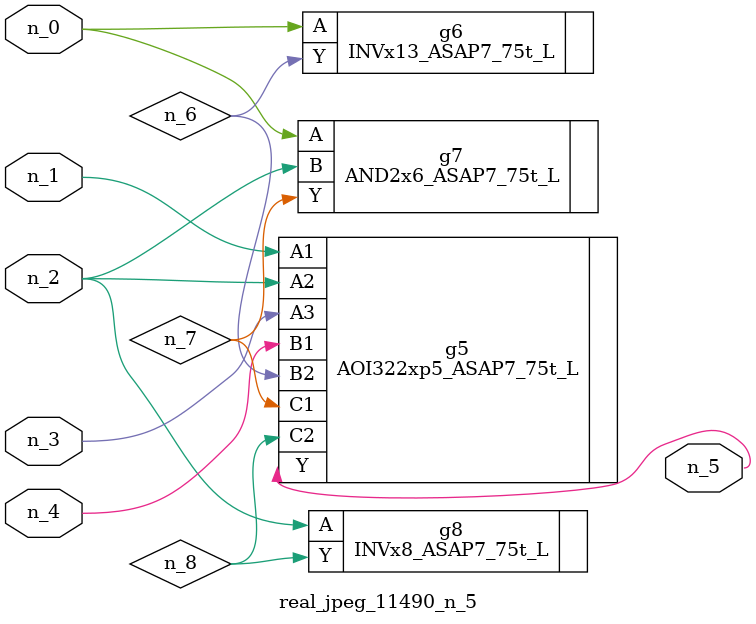
<source format=v>
module real_jpeg_11490_n_5 (n_4, n_0, n_1, n_2, n_3, n_5);

input n_4;
input n_0;
input n_1;
input n_2;
input n_3;

output n_5;

wire n_8;
wire n_6;
wire n_7;

INVx13_ASAP7_75t_L g6 ( 
.A(n_0),
.Y(n_6)
);

AND2x6_ASAP7_75t_L g7 ( 
.A(n_0),
.B(n_2),
.Y(n_7)
);

AOI322xp5_ASAP7_75t_L g5 ( 
.A1(n_1),
.A2(n_2),
.A3(n_3),
.B1(n_4),
.B2(n_6),
.C1(n_7),
.C2(n_8),
.Y(n_5)
);

INVx8_ASAP7_75t_L g8 ( 
.A(n_2),
.Y(n_8)
);


endmodule
</source>
